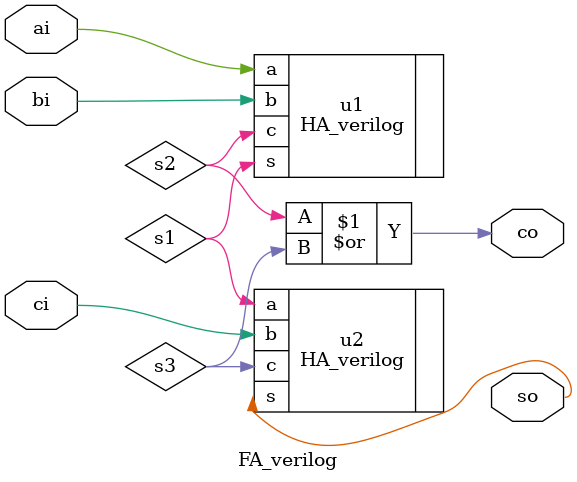
<source format=v>
`timescale 1ns / 1ps
module FA_verilog(
    input  ai,
    input  bi,
    input  ci,
    output so,
    output co
    );
	 
// signal:--------------
	wire s1, s2, s3;
//-------------------
	HA_verilog u1 (
		.a(ai),
		.b(bi),
		.s(s1),
		.c(s2)
	);
	
	HA_verilog u2(
		.a(s1),
		.b(ci),
		.s(so),
		.c(s3)
	);

assign co = s2 | s3;


endmodule

</source>
